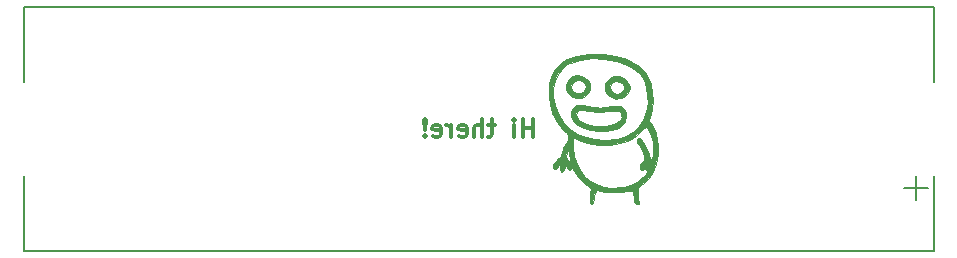
<source format=gbo>
G04 #@! TF.FileFunction,Legend,Bot*
%FSLAX46Y46*%
G04 Gerber Fmt 4.6, Leading zero omitted, Abs format (unit mm)*
G04 Created by KiCad (PCBNEW 4.0.2+dfsg1-stable) date su  5. maaliskuuta 2017 13.54.13*
%MOMM*%
G01*
G04 APERTURE LIST*
%ADD10C,0.100000*%
%ADD11C,0.300000*%
%ADD12C,0.150000*%
%ADD13C,0.010000*%
G04 APERTURE END LIST*
D10*
D11*
X154571428Y-100678571D02*
X154571428Y-99178571D01*
X154571428Y-99892857D02*
X153714285Y-99892857D01*
X153714285Y-100678571D02*
X153714285Y-99178571D01*
X152999999Y-100678571D02*
X152999999Y-99678571D01*
X152999999Y-99178571D02*
X153071428Y-99250000D01*
X152999999Y-99321429D01*
X152928571Y-99250000D01*
X152999999Y-99178571D01*
X152999999Y-99321429D01*
X151357142Y-99678571D02*
X150785713Y-99678571D01*
X151142856Y-99178571D02*
X151142856Y-100464286D01*
X151071428Y-100607143D01*
X150928570Y-100678571D01*
X150785713Y-100678571D01*
X150285713Y-100678571D02*
X150285713Y-99178571D01*
X149642856Y-100678571D02*
X149642856Y-99892857D01*
X149714285Y-99750000D01*
X149857142Y-99678571D01*
X150071427Y-99678571D01*
X150214285Y-99750000D01*
X150285713Y-99821429D01*
X148357142Y-100607143D02*
X148499999Y-100678571D01*
X148785713Y-100678571D01*
X148928570Y-100607143D01*
X148999999Y-100464286D01*
X148999999Y-99892857D01*
X148928570Y-99750000D01*
X148785713Y-99678571D01*
X148499999Y-99678571D01*
X148357142Y-99750000D01*
X148285713Y-99892857D01*
X148285713Y-100035714D01*
X148999999Y-100178571D01*
X147642856Y-100678571D02*
X147642856Y-99678571D01*
X147642856Y-99964286D02*
X147571428Y-99821429D01*
X147499999Y-99750000D01*
X147357142Y-99678571D01*
X147214285Y-99678571D01*
X146142857Y-100607143D02*
X146285714Y-100678571D01*
X146571428Y-100678571D01*
X146714285Y-100607143D01*
X146785714Y-100464286D01*
X146785714Y-99892857D01*
X146714285Y-99750000D01*
X146571428Y-99678571D01*
X146285714Y-99678571D01*
X146142857Y-99750000D01*
X146071428Y-99892857D01*
X146071428Y-100035714D01*
X146785714Y-100178571D01*
X145428571Y-100535714D02*
X145357143Y-100607143D01*
X145428571Y-100678571D01*
X145500000Y-100607143D01*
X145428571Y-100535714D01*
X145428571Y-100678571D01*
X145428571Y-100107143D02*
X145500000Y-99250000D01*
X145428571Y-99178571D01*
X145357143Y-99250000D01*
X145428571Y-100107143D01*
X145428571Y-99178571D01*
D12*
X111475000Y-110325000D02*
X111475000Y-104000000D01*
X188525000Y-89675000D02*
X188525000Y-96000000D01*
X187000000Y-104000000D02*
X187000000Y-106000000D01*
X188000000Y-105000000D02*
X186000000Y-105000000D01*
X111475000Y-89675000D02*
X111475000Y-96000000D01*
X111475000Y-89675000D02*
X188525000Y-89675000D01*
X188525000Y-110325000D02*
X188525000Y-104000000D01*
X111475000Y-110325000D02*
X188525000Y-110325000D01*
D13*
G36*
X160550398Y-93669580D02*
X161116589Y-93717015D01*
X161541619Y-93786564D01*
X162302460Y-94011473D01*
X162987982Y-94321803D01*
X163574936Y-94702586D01*
X164040071Y-95138857D01*
X164349379Y-95593934D01*
X164566413Y-96177847D01*
X164692728Y-96855906D01*
X164727133Y-97578522D01*
X164668438Y-98296110D01*
X164515453Y-98959084D01*
X164435449Y-99178807D01*
X164445009Y-99371235D01*
X164549152Y-99518529D01*
X164805113Y-99876502D01*
X164985545Y-100334698D01*
X165096915Y-100914382D01*
X165139847Y-101460898D01*
X165147669Y-102058985D01*
X165107957Y-102545131D01*
X165011376Y-102972364D01*
X164848595Y-103393710D01*
X164771079Y-103556000D01*
X164570737Y-103891313D01*
X164309475Y-104237086D01*
X164028330Y-104545516D01*
X163768341Y-104768798D01*
X163685787Y-104820226D01*
X163578813Y-104884160D01*
X163516577Y-104960839D01*
X163491235Y-105089441D01*
X163494949Y-105309142D01*
X163519323Y-105651930D01*
X163574149Y-106365204D01*
X163370574Y-106336435D01*
X163259259Y-106305587D01*
X163192516Y-106225731D01*
X163153357Y-106056857D01*
X163124791Y-105758956D01*
X163124666Y-105757333D01*
X163096149Y-105460276D01*
X163058938Y-105296913D01*
X162998829Y-105231695D01*
X162913000Y-105227581D01*
X162749021Y-105249243D01*
X162473502Y-105287295D01*
X162142507Y-105333983D01*
X162101364Y-105339849D01*
X161671871Y-105374433D01*
X161187664Y-105371650D01*
X160707834Y-105335470D01*
X160291472Y-105269865D01*
X160052222Y-105202149D01*
X159971333Y-105189441D01*
X159910178Y-105242438D01*
X159857276Y-105388931D01*
X159801146Y-105656712D01*
X159755650Y-105920013D01*
X159681113Y-106201790D01*
X159580446Y-106325627D01*
X159458457Y-106286816D01*
X159421797Y-106246986D01*
X159389036Y-106113078D01*
X159385849Y-105873553D01*
X159407179Y-105588546D01*
X159447969Y-105318195D01*
X159503164Y-105122636D01*
X159518908Y-105092012D01*
X159487690Y-105000099D01*
X159347058Y-104873552D01*
X159294027Y-104838368D01*
X158953453Y-104577306D01*
X158595874Y-104223729D01*
X158277725Y-103837704D01*
X158103725Y-103571563D01*
X157971074Y-103361214D01*
X157887440Y-103295749D01*
X157846865Y-103338729D01*
X157744704Y-103460352D01*
X157612286Y-103436505D01*
X157482496Y-103278844D01*
X157444548Y-103196166D01*
X157335864Y-102921000D01*
X157304371Y-103189861D01*
X157241138Y-103416328D01*
X157131805Y-103573326D01*
X157009479Y-103623797D01*
X156946448Y-103590511D01*
X156888406Y-103459724D01*
X156846813Y-103243042D01*
X156844203Y-103217333D01*
X156817000Y-102921000D01*
X156688859Y-103175000D01*
X156548546Y-103368497D01*
X156413381Y-103420646D01*
X156313441Y-103329000D01*
X156283350Y-103207990D01*
X156318628Y-103012905D01*
X156435356Y-102786686D01*
X156593942Y-102585917D01*
X156754792Y-102467184D01*
X156809984Y-102455333D01*
X156885901Y-102380074D01*
X156944468Y-102243173D01*
X157390643Y-102243173D01*
X157393426Y-102386829D01*
X157474727Y-102514346D01*
X157537695Y-102583428D01*
X157675230Y-102724687D01*
X157751103Y-102792868D01*
X157754092Y-102794000D01*
X157749884Y-102720908D01*
X157716406Y-102539148D01*
X157703031Y-102476500D01*
X157646735Y-102188056D01*
X157604721Y-101919398D01*
X157602947Y-101905000D01*
X157581439Y-101758168D01*
X157554759Y-101739411D01*
X157505377Y-101861499D01*
X157456187Y-102011928D01*
X157390643Y-102243173D01*
X156944468Y-102243173D01*
X156968626Y-102186705D01*
X157016348Y-102015910D01*
X157115488Y-101704072D01*
X157250498Y-101417238D01*
X157316032Y-101316564D01*
X157466078Y-101071060D01*
X157524942Y-100923490D01*
X157960950Y-100923490D01*
X157969752Y-101149641D01*
X157994703Y-101476697D01*
X158109122Y-102294949D01*
X158314613Y-102985574D01*
X158620935Y-103569479D01*
X159037847Y-104067571D01*
X159318880Y-104313351D01*
X159897714Y-104666025D01*
X160568801Y-104891925D01*
X161306594Y-104985924D01*
X162085548Y-104942891D01*
X162287610Y-104909389D01*
X162879097Y-104734572D01*
X163425510Y-104454060D01*
X163874197Y-104096553D01*
X163970362Y-103992182D01*
X164146464Y-103777888D01*
X164223798Y-103644930D01*
X164217383Y-103549240D01*
X164152276Y-103458395D01*
X164041273Y-103368297D01*
X163986103Y-103384690D01*
X163888845Y-103457000D01*
X163794944Y-103471333D01*
X163666606Y-103408070D01*
X163627303Y-103248615D01*
X163673354Y-103038473D01*
X163801075Y-102823145D01*
X163851928Y-102767162D01*
X163999132Y-102584364D01*
X164032208Y-102404147D01*
X164010929Y-102268783D01*
X163911767Y-101949666D01*
X163764034Y-101628345D01*
X163600442Y-101369950D01*
X163511854Y-101275135D01*
X163406649Y-101107317D01*
X163378666Y-100957411D01*
X163409335Y-100804601D01*
X163530645Y-100772893D01*
X163568682Y-100777278D01*
X163734180Y-100873406D01*
X163921523Y-101094176D01*
X164107771Y-101400923D01*
X164269985Y-101754986D01*
X164385224Y-102117700D01*
X164397994Y-102175030D01*
X164479911Y-102464927D01*
X164565584Y-102586290D01*
X164648022Y-102539575D01*
X164720234Y-102325241D01*
X164750812Y-102151957D01*
X164775680Y-101660149D01*
X164727055Y-101128256D01*
X164615919Y-100610392D01*
X164453252Y-100160672D01*
X164290199Y-99882122D01*
X164208109Y-99793339D01*
X164132777Y-99798402D01*
X164022297Y-99914411D01*
X163934860Y-100027123D01*
X163505258Y-100458672D01*
X162942408Y-100814855D01*
X162269392Y-101085390D01*
X161509289Y-101259992D01*
X161050333Y-101312322D01*
X160245753Y-101324484D01*
X159475083Y-101230164D01*
X158685992Y-101020291D01*
X158095390Y-100800072D01*
X158019368Y-100778278D01*
X157976022Y-100809560D01*
X157960950Y-100923490D01*
X157524942Y-100923490D01*
X157565426Y-100822002D01*
X157570163Y-100802234D01*
X157585677Y-100662799D01*
X157549559Y-100531808D01*
X157440643Y-100372080D01*
X157237762Y-100146433D01*
X157136853Y-100041080D01*
X156610238Y-99386113D01*
X156235888Y-98666238D01*
X156010137Y-97872047D01*
X155951223Y-97232040D01*
X156320306Y-97232040D01*
X156438792Y-97929405D01*
X156688864Y-98635038D01*
X156775853Y-98817018D01*
X157188187Y-99452479D01*
X157721756Y-99984140D01*
X158358693Y-100404769D01*
X159081134Y-100707130D01*
X159871212Y-100883990D01*
X160711061Y-100928114D01*
X161582817Y-100832270D01*
X161696430Y-100809392D01*
X162446336Y-100579889D01*
X163070981Y-100236853D01*
X163569085Y-99782081D01*
X163939371Y-99217375D01*
X164180559Y-98544534D01*
X164291373Y-97765357D01*
X164290670Y-97157347D01*
X164194169Y-96431999D01*
X163981246Y-95824079D01*
X163643040Y-95320229D01*
X163170691Y-94907094D01*
X162583211Y-94583608D01*
X161614427Y-94242042D01*
X160606653Y-94055485D01*
X159585825Y-94025661D01*
X158577880Y-94154293D01*
X158069569Y-94283737D01*
X157512214Y-94533146D01*
X157053966Y-94904637D01*
X156700238Y-95379241D01*
X156456443Y-95937988D01*
X156327994Y-96561911D01*
X156320306Y-97232040D01*
X155951223Y-97232040D01*
X155929323Y-96994132D01*
X155929004Y-96939751D01*
X155989751Y-96139870D01*
X156175410Y-95453915D01*
X156487575Y-94879768D01*
X156927840Y-94415310D01*
X157497800Y-94058420D01*
X158199050Y-93806980D01*
X158306001Y-93780495D01*
X158754345Y-93707462D01*
X159314425Y-93664701D01*
X159931393Y-93652108D01*
X160550398Y-93669580D01*
X160550398Y-93669580D01*
G37*
X160550398Y-93669580D02*
X161116589Y-93717015D01*
X161541619Y-93786564D01*
X162302460Y-94011473D01*
X162987982Y-94321803D01*
X163574936Y-94702586D01*
X164040071Y-95138857D01*
X164349379Y-95593934D01*
X164566413Y-96177847D01*
X164692728Y-96855906D01*
X164727133Y-97578522D01*
X164668438Y-98296110D01*
X164515453Y-98959084D01*
X164435449Y-99178807D01*
X164445009Y-99371235D01*
X164549152Y-99518529D01*
X164805113Y-99876502D01*
X164985545Y-100334698D01*
X165096915Y-100914382D01*
X165139847Y-101460898D01*
X165147669Y-102058985D01*
X165107957Y-102545131D01*
X165011376Y-102972364D01*
X164848595Y-103393710D01*
X164771079Y-103556000D01*
X164570737Y-103891313D01*
X164309475Y-104237086D01*
X164028330Y-104545516D01*
X163768341Y-104768798D01*
X163685787Y-104820226D01*
X163578813Y-104884160D01*
X163516577Y-104960839D01*
X163491235Y-105089441D01*
X163494949Y-105309142D01*
X163519323Y-105651930D01*
X163574149Y-106365204D01*
X163370574Y-106336435D01*
X163259259Y-106305587D01*
X163192516Y-106225731D01*
X163153357Y-106056857D01*
X163124791Y-105758956D01*
X163124666Y-105757333D01*
X163096149Y-105460276D01*
X163058938Y-105296913D01*
X162998829Y-105231695D01*
X162913000Y-105227581D01*
X162749021Y-105249243D01*
X162473502Y-105287295D01*
X162142507Y-105333983D01*
X162101364Y-105339849D01*
X161671871Y-105374433D01*
X161187664Y-105371650D01*
X160707834Y-105335470D01*
X160291472Y-105269865D01*
X160052222Y-105202149D01*
X159971333Y-105189441D01*
X159910178Y-105242438D01*
X159857276Y-105388931D01*
X159801146Y-105656712D01*
X159755650Y-105920013D01*
X159681113Y-106201790D01*
X159580446Y-106325627D01*
X159458457Y-106286816D01*
X159421797Y-106246986D01*
X159389036Y-106113078D01*
X159385849Y-105873553D01*
X159407179Y-105588546D01*
X159447969Y-105318195D01*
X159503164Y-105122636D01*
X159518908Y-105092012D01*
X159487690Y-105000099D01*
X159347058Y-104873552D01*
X159294027Y-104838368D01*
X158953453Y-104577306D01*
X158595874Y-104223729D01*
X158277725Y-103837704D01*
X158103725Y-103571563D01*
X157971074Y-103361214D01*
X157887440Y-103295749D01*
X157846865Y-103338729D01*
X157744704Y-103460352D01*
X157612286Y-103436505D01*
X157482496Y-103278844D01*
X157444548Y-103196166D01*
X157335864Y-102921000D01*
X157304371Y-103189861D01*
X157241138Y-103416328D01*
X157131805Y-103573326D01*
X157009479Y-103623797D01*
X156946448Y-103590511D01*
X156888406Y-103459724D01*
X156846813Y-103243042D01*
X156844203Y-103217333D01*
X156817000Y-102921000D01*
X156688859Y-103175000D01*
X156548546Y-103368497D01*
X156413381Y-103420646D01*
X156313441Y-103329000D01*
X156283350Y-103207990D01*
X156318628Y-103012905D01*
X156435356Y-102786686D01*
X156593942Y-102585917D01*
X156754792Y-102467184D01*
X156809984Y-102455333D01*
X156885901Y-102380074D01*
X156944468Y-102243173D01*
X157390643Y-102243173D01*
X157393426Y-102386829D01*
X157474727Y-102514346D01*
X157537695Y-102583428D01*
X157675230Y-102724687D01*
X157751103Y-102792868D01*
X157754092Y-102794000D01*
X157749884Y-102720908D01*
X157716406Y-102539148D01*
X157703031Y-102476500D01*
X157646735Y-102188056D01*
X157604721Y-101919398D01*
X157602947Y-101905000D01*
X157581439Y-101758168D01*
X157554759Y-101739411D01*
X157505377Y-101861499D01*
X157456187Y-102011928D01*
X157390643Y-102243173D01*
X156944468Y-102243173D01*
X156968626Y-102186705D01*
X157016348Y-102015910D01*
X157115488Y-101704072D01*
X157250498Y-101417238D01*
X157316032Y-101316564D01*
X157466078Y-101071060D01*
X157524942Y-100923490D01*
X157960950Y-100923490D01*
X157969752Y-101149641D01*
X157994703Y-101476697D01*
X158109122Y-102294949D01*
X158314613Y-102985574D01*
X158620935Y-103569479D01*
X159037847Y-104067571D01*
X159318880Y-104313351D01*
X159897714Y-104666025D01*
X160568801Y-104891925D01*
X161306594Y-104985924D01*
X162085548Y-104942891D01*
X162287610Y-104909389D01*
X162879097Y-104734572D01*
X163425510Y-104454060D01*
X163874197Y-104096553D01*
X163970362Y-103992182D01*
X164146464Y-103777888D01*
X164223798Y-103644930D01*
X164217383Y-103549240D01*
X164152276Y-103458395D01*
X164041273Y-103368297D01*
X163986103Y-103384690D01*
X163888845Y-103457000D01*
X163794944Y-103471333D01*
X163666606Y-103408070D01*
X163627303Y-103248615D01*
X163673354Y-103038473D01*
X163801075Y-102823145D01*
X163851928Y-102767162D01*
X163999132Y-102584364D01*
X164032208Y-102404147D01*
X164010929Y-102268783D01*
X163911767Y-101949666D01*
X163764034Y-101628345D01*
X163600442Y-101369950D01*
X163511854Y-101275135D01*
X163406649Y-101107317D01*
X163378666Y-100957411D01*
X163409335Y-100804601D01*
X163530645Y-100772893D01*
X163568682Y-100777278D01*
X163734180Y-100873406D01*
X163921523Y-101094176D01*
X164107771Y-101400923D01*
X164269985Y-101754986D01*
X164385224Y-102117700D01*
X164397994Y-102175030D01*
X164479911Y-102464927D01*
X164565584Y-102586290D01*
X164648022Y-102539575D01*
X164720234Y-102325241D01*
X164750812Y-102151957D01*
X164775680Y-101660149D01*
X164727055Y-101128256D01*
X164615919Y-100610392D01*
X164453252Y-100160672D01*
X164290199Y-99882122D01*
X164208109Y-99793339D01*
X164132777Y-99798402D01*
X164022297Y-99914411D01*
X163934860Y-100027123D01*
X163505258Y-100458672D01*
X162942408Y-100814855D01*
X162269392Y-101085390D01*
X161509289Y-101259992D01*
X161050333Y-101312322D01*
X160245753Y-101324484D01*
X159475083Y-101230164D01*
X158685992Y-101020291D01*
X158095390Y-100800072D01*
X158019368Y-100778278D01*
X157976022Y-100809560D01*
X157960950Y-100923490D01*
X157524942Y-100923490D01*
X157565426Y-100822002D01*
X157570163Y-100802234D01*
X157585677Y-100662799D01*
X157549559Y-100531808D01*
X157440643Y-100372080D01*
X157237762Y-100146433D01*
X157136853Y-100041080D01*
X156610238Y-99386113D01*
X156235888Y-98666238D01*
X156010137Y-97872047D01*
X155951223Y-97232040D01*
X156320306Y-97232040D01*
X156438792Y-97929405D01*
X156688864Y-98635038D01*
X156775853Y-98817018D01*
X157188187Y-99452479D01*
X157721756Y-99984140D01*
X158358693Y-100404769D01*
X159081134Y-100707130D01*
X159871212Y-100883990D01*
X160711061Y-100928114D01*
X161582817Y-100832270D01*
X161696430Y-100809392D01*
X162446336Y-100579889D01*
X163070981Y-100236853D01*
X163569085Y-99782081D01*
X163939371Y-99217375D01*
X164180559Y-98544534D01*
X164291373Y-97765357D01*
X164290670Y-97157347D01*
X164194169Y-96431999D01*
X163981246Y-95824079D01*
X163643040Y-95320229D01*
X163170691Y-94907094D01*
X162583211Y-94583608D01*
X161614427Y-94242042D01*
X160606653Y-94055485D01*
X159585825Y-94025661D01*
X158577880Y-94154293D01*
X158069569Y-94283737D01*
X157512214Y-94533146D01*
X157053966Y-94904637D01*
X156700238Y-95379241D01*
X156456443Y-95937988D01*
X156327994Y-96561911D01*
X156320306Y-97232040D01*
X155951223Y-97232040D01*
X155929323Y-96994132D01*
X155929004Y-96939751D01*
X155989751Y-96139870D01*
X156175410Y-95453915D01*
X156487575Y-94879768D01*
X156927840Y-94415310D01*
X157497800Y-94058420D01*
X158199050Y-93806980D01*
X158306001Y-93780495D01*
X158754345Y-93707462D01*
X159314425Y-93664701D01*
X159931393Y-93652108D01*
X160550398Y-93669580D01*
G36*
X159276029Y-98045652D02*
X159572669Y-98100902D01*
X159950370Y-98168267D01*
X160237125Y-98190265D01*
X160504671Y-98168526D01*
X160724117Y-98127043D01*
X161275589Y-98032016D01*
X161697823Y-98016387D01*
X162011901Y-98081599D01*
X162238907Y-98229096D01*
X162240661Y-98230843D01*
X162450942Y-98550703D01*
X162511997Y-98914167D01*
X162419797Y-99277718D01*
X162348786Y-99399548D01*
X162164374Y-99629810D01*
X161967935Y-99821109D01*
X161939333Y-99843244D01*
X161627434Y-99993840D01*
X161189221Y-100096864D01*
X160661851Y-100148899D01*
X160082485Y-100146530D01*
X159488283Y-100086340D01*
X159417703Y-100075062D01*
X158923133Y-99942394D01*
X158502078Y-99733229D01*
X158167518Y-99467588D01*
X157932433Y-99165491D01*
X157809804Y-98846962D01*
X157810480Y-98771006D01*
X158230178Y-98771006D01*
X158306409Y-98991306D01*
X158493383Y-99213403D01*
X158775569Y-99417032D01*
X159137434Y-99581926D01*
X159426968Y-99662845D01*
X159791381Y-99711230D01*
X160223969Y-99725053D01*
X160675252Y-99707524D01*
X161095747Y-99661848D01*
X161435975Y-99591234D01*
X161613435Y-99521119D01*
X161838889Y-99348315D01*
X162011818Y-99147038D01*
X162023132Y-99127927D01*
X162103495Y-98945934D01*
X162084927Y-98795327D01*
X162019736Y-98666500D01*
X161971671Y-98578976D01*
X161924148Y-98516640D01*
X161851540Y-98477179D01*
X161728222Y-98458279D01*
X161528568Y-98457626D01*
X161226952Y-98472906D01*
X160797747Y-98501805D01*
X160457666Y-98525454D01*
X159944920Y-98543499D01*
X159529894Y-98514315D01*
X159191738Y-98445926D01*
X158878775Y-98374996D01*
X158667966Y-98361414D01*
X158502974Y-98402904D01*
X158472071Y-98416866D01*
X158280221Y-98572771D01*
X158230178Y-98771006D01*
X157810480Y-98771006D01*
X157812611Y-98532019D01*
X157953834Y-98240686D01*
X158121996Y-98076526D01*
X158357322Y-97991358D01*
X158742627Y-97981077D01*
X159276029Y-98045652D01*
X159276029Y-98045652D01*
G37*
X159276029Y-98045652D02*
X159572669Y-98100902D01*
X159950370Y-98168267D01*
X160237125Y-98190265D01*
X160504671Y-98168526D01*
X160724117Y-98127043D01*
X161275589Y-98032016D01*
X161697823Y-98016387D01*
X162011901Y-98081599D01*
X162238907Y-98229096D01*
X162240661Y-98230843D01*
X162450942Y-98550703D01*
X162511997Y-98914167D01*
X162419797Y-99277718D01*
X162348786Y-99399548D01*
X162164374Y-99629810D01*
X161967935Y-99821109D01*
X161939333Y-99843244D01*
X161627434Y-99993840D01*
X161189221Y-100096864D01*
X160661851Y-100148899D01*
X160082485Y-100146530D01*
X159488283Y-100086340D01*
X159417703Y-100075062D01*
X158923133Y-99942394D01*
X158502078Y-99733229D01*
X158167518Y-99467588D01*
X157932433Y-99165491D01*
X157809804Y-98846962D01*
X157810480Y-98771006D01*
X158230178Y-98771006D01*
X158306409Y-98991306D01*
X158493383Y-99213403D01*
X158775569Y-99417032D01*
X159137434Y-99581926D01*
X159426968Y-99662845D01*
X159791381Y-99711230D01*
X160223969Y-99725053D01*
X160675252Y-99707524D01*
X161095747Y-99661848D01*
X161435975Y-99591234D01*
X161613435Y-99521119D01*
X161838889Y-99348315D01*
X162011818Y-99147038D01*
X162023132Y-99127927D01*
X162103495Y-98945934D01*
X162084927Y-98795327D01*
X162019736Y-98666500D01*
X161971671Y-98578976D01*
X161924148Y-98516640D01*
X161851540Y-98477179D01*
X161728222Y-98458279D01*
X161528568Y-98457626D01*
X161226952Y-98472906D01*
X160797747Y-98501805D01*
X160457666Y-98525454D01*
X159944920Y-98543499D01*
X159529894Y-98514315D01*
X159191738Y-98445926D01*
X158878775Y-98374996D01*
X158667966Y-98361414D01*
X158502974Y-98402904D01*
X158472071Y-98416866D01*
X158280221Y-98572771D01*
X158230178Y-98771006D01*
X157810480Y-98771006D01*
X157812611Y-98532019D01*
X157953834Y-98240686D01*
X158121996Y-98076526D01*
X158357322Y-97991358D01*
X158742627Y-97981077D01*
X159276029Y-98045652D01*
G36*
X162172339Y-95620652D02*
X162411467Y-95787884D01*
X162672402Y-96112739D01*
X162775994Y-96453116D01*
X162719525Y-96788922D01*
X162577755Y-97017159D01*
X162287244Y-97259850D01*
X161933972Y-97406129D01*
X161578135Y-97435642D01*
X161431333Y-97404791D01*
X161038991Y-97206656D01*
X160783101Y-96928335D01*
X160672597Y-96591694D01*
X160685692Y-96480188D01*
X161092666Y-96480188D01*
X161166200Y-96690181D01*
X161348992Y-96884053D01*
X161584331Y-97012104D01*
X161727666Y-97036666D01*
X161925971Y-96985370D01*
X162138614Y-96861947D01*
X162139581Y-96861188D01*
X162322953Y-96646657D01*
X162338387Y-96420102D01*
X162185999Y-96176119D01*
X162154848Y-96143818D01*
X161902570Y-95984314D01*
X161626803Y-95948679D01*
X161371053Y-96023134D01*
X161178828Y-96193901D01*
X161093635Y-96447204D01*
X161092666Y-96480188D01*
X160685692Y-96480188D01*
X160716413Y-96218600D01*
X160839022Y-95955056D01*
X161097136Y-95678848D01*
X161432655Y-95528147D01*
X161804687Y-95507299D01*
X162172339Y-95620652D01*
X162172339Y-95620652D01*
G37*
X162172339Y-95620652D02*
X162411467Y-95787884D01*
X162672402Y-96112739D01*
X162775994Y-96453116D01*
X162719525Y-96788922D01*
X162577755Y-97017159D01*
X162287244Y-97259850D01*
X161933972Y-97406129D01*
X161578135Y-97435642D01*
X161431333Y-97404791D01*
X161038991Y-97206656D01*
X160783101Y-96928335D01*
X160672597Y-96591694D01*
X160685692Y-96480188D01*
X161092666Y-96480188D01*
X161166200Y-96690181D01*
X161348992Y-96884053D01*
X161584331Y-97012104D01*
X161727666Y-97036666D01*
X161925971Y-96985370D01*
X162138614Y-96861947D01*
X162139581Y-96861188D01*
X162322953Y-96646657D01*
X162338387Y-96420102D01*
X162185999Y-96176119D01*
X162154848Y-96143818D01*
X161902570Y-95984314D01*
X161626803Y-95948679D01*
X161371053Y-96023134D01*
X161178828Y-96193901D01*
X161093635Y-96447204D01*
X161092666Y-96480188D01*
X160685692Y-96480188D01*
X160716413Y-96218600D01*
X160839022Y-95955056D01*
X161097136Y-95678848D01*
X161432655Y-95528147D01*
X161804687Y-95507299D01*
X162172339Y-95620652D01*
G36*
X158693157Y-95499513D02*
X159024370Y-95646260D01*
X159286312Y-95892271D01*
X159440981Y-96226391D01*
X159453970Y-96291753D01*
X159438958Y-96654168D01*
X159289894Y-96961382D01*
X159037788Y-97195993D01*
X158713647Y-97340602D01*
X158348482Y-97377807D01*
X157973301Y-97290207D01*
X157817236Y-97210214D01*
X157607099Y-97048447D01*
X157456455Y-96874632D01*
X157447892Y-96859658D01*
X157379663Y-96576104D01*
X157390738Y-96477683D01*
X157790666Y-96477683D01*
X157863939Y-96697820D01*
X158052052Y-96856809D01*
X158307450Y-96941474D01*
X158582578Y-96938638D01*
X158829879Y-96835123D01*
X158891333Y-96782666D01*
X159018297Y-96596800D01*
X159060666Y-96440151D01*
X158988587Y-96229667D01*
X158810487Y-96027158D01*
X158583570Y-95885666D01*
X158425666Y-95851333D01*
X158184334Y-95923758D01*
X157963035Y-96104137D01*
X157817877Y-96337128D01*
X157790666Y-96477683D01*
X157390738Y-96477683D01*
X157417419Y-96240587D01*
X157547706Y-95921182D01*
X157663929Y-95766392D01*
X157974933Y-95548426D01*
X158330677Y-95463184D01*
X158693157Y-95499513D01*
X158693157Y-95499513D01*
G37*
X158693157Y-95499513D02*
X159024370Y-95646260D01*
X159286312Y-95892271D01*
X159440981Y-96226391D01*
X159453970Y-96291753D01*
X159438958Y-96654168D01*
X159289894Y-96961382D01*
X159037788Y-97195993D01*
X158713647Y-97340602D01*
X158348482Y-97377807D01*
X157973301Y-97290207D01*
X157817236Y-97210214D01*
X157607099Y-97048447D01*
X157456455Y-96874632D01*
X157447892Y-96859658D01*
X157379663Y-96576104D01*
X157390738Y-96477683D01*
X157790666Y-96477683D01*
X157863939Y-96697820D01*
X158052052Y-96856809D01*
X158307450Y-96941474D01*
X158582578Y-96938638D01*
X158829879Y-96835123D01*
X158891333Y-96782666D01*
X159018297Y-96596800D01*
X159060666Y-96440151D01*
X158988587Y-96229667D01*
X158810487Y-96027158D01*
X158583570Y-95885666D01*
X158425666Y-95851333D01*
X158184334Y-95923758D01*
X157963035Y-96104137D01*
X157817877Y-96337128D01*
X157790666Y-96477683D01*
X157390738Y-96477683D01*
X157417419Y-96240587D01*
X157547706Y-95921182D01*
X157663929Y-95766392D01*
X157974933Y-95548426D01*
X158330677Y-95463184D01*
X158693157Y-95499513D01*
M02*

</source>
